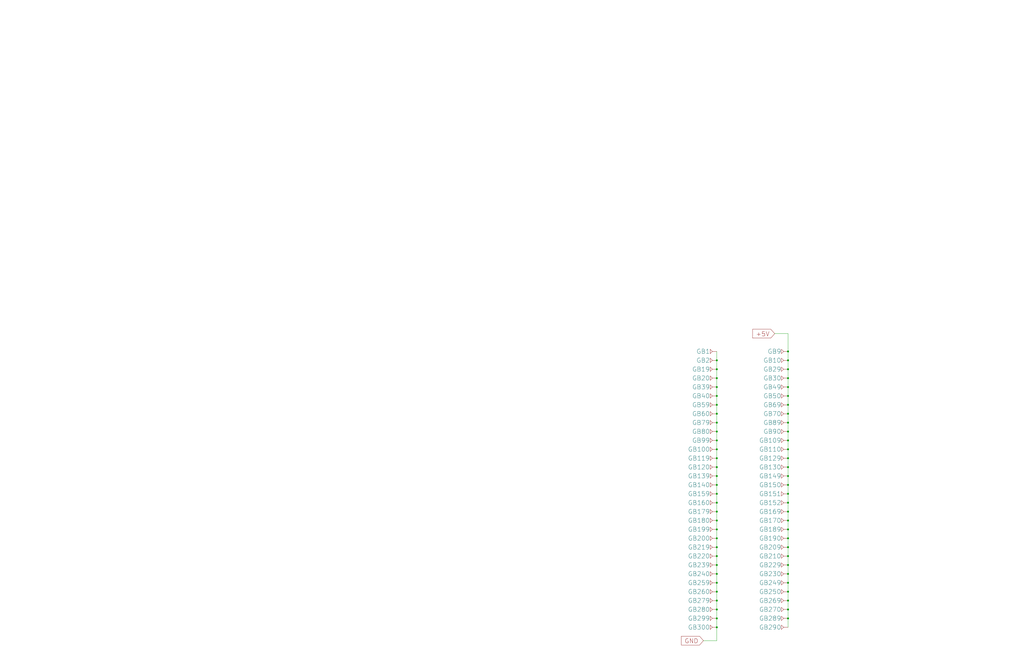
<source format=kicad_sch>
(kicad_sch (version 20211123) (generator eeschema)
  (paper "User" 584.2 378.46)
  (title_block (title "POWER AND GROUND FINGERS\\nAND BYPASS CAPACITORS") (date "22-MAR-90") (rev "1.0") (comment 1 "VALUE") (comment 2 "232-003063") (comment 3 "S400") (comment 4 "RELEASED"))
  (lib_symbols
    (symbol "r1000:GB" (pin_numbers hide) (pin_names (offset 0) hide)
      (property "Reference" "GB" (at 3.81 0 0))
      (symbol "GB_0_1"
        (polyline (pts (xy 2.54 0) (xy 3.81 1.27) (xy 3.81 -1.27) (xy 2.54 0)) (stroke (width 0.1524)))
      )
      (symbol "GB_1_1"
        (pin bidirectional line (at 0 0 0) (length 2.54) (name "") (number "1"))
      )
    )
  )
  (junction (at 449.58 347.98))
  (junction (at 408.94 358.14))
  (junction (at 449.58 322.58))
  (junction (at 408.94 347.98))
  (junction (at 408.94 266.7))
  (junction (at 449.58 342.9))
  (junction (at 408.94 297.18))
  (junction (at 408.94 246.38))
  (junction (at 408.94 287.02))
  (junction (at 449.58 246.38))
  (junction (at 449.58 210.82))
  (junction (at 449.58 292.1))
  (junction (at 449.58 226.06))
  (junction (at 408.94 205.74))
  (junction (at 408.94 231.14))
  (junction (at 449.58 236.22))
  (junction (at 449.58 271.78))
  (junction (at 408.94 317.5))
  (junction (at 449.58 220.98))
  (junction (at 449.58 281.94))
  (junction (at 449.58 215.9))
  (junction (at 408.94 251.46))
  (junction (at 449.58 276.86))
  (junction (at 408.94 312.42))
  (junction (at 408.94 236.22))
  (junction (at 408.94 210.82))
  (junction (at 449.58 266.7))
  (junction (at 449.58 317.5))
  (junction (at 449.58 332.74))
  (junction (at 408.94 241.3))
  (junction (at 408.94 353.06))
  (junction (at 449.58 307.34))
  (junction (at 408.94 342.9))
  (junction (at 449.58 297.18))
  (junction (at 408.94 256.54))
  (junction (at 408.94 281.94))
  (junction (at 408.94 322.58))
  (junction (at 449.58 287.02))
  (junction (at 408.94 276.86))
  (junction (at 408.94 302.26))
  (junction (at 408.94 337.82))
  (junction (at 408.94 292.1))
  (junction (at 449.58 327.66))
  (junction (at 449.58 200.66))
  (junction (at 408.94 327.66))
  (junction (at 449.58 302.26))
  (junction (at 408.94 261.62))
  (junction (at 449.58 261.62))
  (junction (at 408.94 226.06))
  (junction (at 449.58 353.06))
  (junction (at 408.94 307.34))
  (junction (at 449.58 312.42))
  (junction (at 449.58 256.54))
  (junction (at 449.58 251.46))
  (junction (at 449.58 205.74))
  (junction (at 408.94 215.9))
  (junction (at 408.94 271.78))
  (junction (at 449.58 337.82))
  (junction (at 408.94 332.74))
  (junction (at 449.58 231.14))
  (junction (at 408.94 220.98))
  (junction (at 449.58 241.3))
  (wire (pts (xy 408.94 256.54) (xy 408.94 261.62)))
  (wire (pts (xy 449.58 246.38) (xy 449.58 251.46)))
  (wire (pts (xy 408.94 353.06) (xy 408.94 358.14)))
  (wire (pts (xy 408.94 241.3) (xy 408.94 246.38)))
  (wire (pts (xy 449.58 322.58) (xy 449.58 327.66)))
  (wire (pts (xy 408.94 266.7) (xy 408.94 271.78)))
  (wire (pts (xy 408.94 317.5) (xy 408.94 322.58)))
  (wire (pts (xy 408.94 287.02) (xy 408.94 292.1)))
  (wire (pts (xy 449.58 281.94) (xy 449.58 287.02)))
  (wire (pts (xy 408.94 292.1) (xy 408.94 297.18)))
  (wire (pts (xy 408.94 226.06) (xy 408.94 231.14)))
  (wire (pts (xy 408.94 231.14) (xy 408.94 236.22)))
  (wire (pts (xy 408.94 236.22) (xy 408.94 241.3)))
  (wire (pts (xy 408.94 205.74) (xy 408.94 210.82)))
  (wire (pts (xy 408.94 312.42) (xy 408.94 317.5)))
  (wire (pts (xy 449.58 205.74) (xy 449.58 210.82)))
  (wire (pts (xy 449.58 302.26) (xy 449.58 307.34)))
  (wire (pts (xy 408.94 246.38) (xy 408.94 251.46)))
  (wire (pts (xy 449.58 342.9) (xy 449.58 347.98)))
  (wire (pts (xy 449.58 241.3) (xy 449.58 246.38)))
  (wire (pts (xy 449.58 261.62) (xy 449.58 266.7)))
  (wire (pts (xy 449.58 307.34) (xy 449.58 312.42)))
  (wire (pts (xy 449.58 226.06) (xy 449.58 231.14)))
  (wire (pts (xy 408.94 337.82) (xy 408.94 342.9)))
  (wire (pts (xy 408.94 347.98) (xy 408.94 353.06)))
  (wire (pts (xy 449.58 276.86) (xy 449.58 281.94)))
  (wire (pts (xy 408.94 342.9) (xy 408.94 347.98)))
  (wire (pts (xy 408.94 215.9) (xy 408.94 220.98)))
  (wire (pts (xy 449.58 353.06) (xy 449.58 358.14)))
  (wire (pts (xy 441.96 190.5) (xy 449.58 190.5)))
  (wire (pts (xy 449.58 200.66) (xy 449.58 190.5)))
  (wire (pts (xy 449.58 236.22) (xy 449.58 241.3)))
  (wire (pts (xy 449.58 251.46) (xy 449.58 256.54)))
  (wire (pts (xy 449.58 220.98) (xy 449.58 226.06)))
  (wire (pts (xy 408.94 302.26) (xy 408.94 307.34)))
  (wire (pts (xy 408.94 322.58) (xy 408.94 327.66)))
  (wire (pts (xy 408.94 220.98) (xy 408.94 226.06)))
  (wire (pts (xy 408.94 276.86) (xy 408.94 281.94)))
  (wire (pts (xy 408.94 251.46) (xy 408.94 256.54)))
  (wire (pts (xy 408.94 332.74) (xy 408.94 337.82)))
  (wire (pts (xy 449.58 317.5) (xy 449.58 322.58)))
  (wire (pts (xy 449.58 215.9) (xy 449.58 220.98)))
  (wire (pts (xy 449.58 332.74) (xy 449.58 337.82)))
  (wire (pts (xy 449.58 271.78) (xy 449.58 276.86)))
  (wire (pts (xy 449.58 256.54) (xy 449.58 261.62)))
  (wire (pts (xy 449.58 327.66) (xy 449.58 332.74)))
  (wire (pts (xy 408.94 297.18) (xy 408.94 302.26)))
  (wire (pts (xy 449.58 337.82) (xy 449.58 342.9)))
  (wire (pts (xy 408.94 307.34) (xy 408.94 312.42)))
  (wire (pts (xy 408.94 271.78) (xy 408.94 276.86)))
  (wire (pts (xy 449.58 347.98) (xy 449.58 353.06)))
  (wire (pts (xy 449.58 231.14) (xy 449.58 236.22)))
  (wire (pts (xy 449.58 200.66) (xy 449.58 205.74)))
  (wire (pts (xy 449.58 292.1) (xy 449.58 297.18)))
  (wire (pts (xy 449.58 297.18) (xy 449.58 302.26)))
  (wire (pts (xy 408.94 281.94) (xy 408.94 287.02)))
  (wire (pts (xy 408.94 327.66) (xy 408.94 332.74)))
  (wire (pts (xy 449.58 312.42) (xy 449.58 317.5)))
  (wire (pts (xy 408.94 200.66) (xy 408.94 205.74)))
  (wire (pts (xy 449.58 210.82) (xy 449.58 215.9)))
  (wire (pts (xy 401.32 365.76) (xy 408.94 365.76)))
  (wire (pts (xy 408.94 358.14) (xy 408.94 365.76)))
  (wire (pts (xy 449.58 287.02) (xy 449.58 292.1)))
  (wire (pts (xy 408.94 261.62) (xy 408.94 266.7)))
  (wire (pts (xy 408.94 210.82) (xy 408.94 215.9)))
  (wire (pts (xy 449.58 266.7) (xy 449.58 271.78)))
  (global_label "GND" (shape input) (at 401.32 365.76 180) (effects (font (size 2.54 2.54))) (property "Intersheet References" "${INTERSHEET_REFS}" (at 388.9435 365.6013 0) (effects (font (size 2.54 2.54)) (justify right))))
  (global_label "+5V" (shape input) (at 441.96 190.5 180) (effects (font (size 2.54 2.54))) (property "Intersheet References" "${INTERSHEET_REFS}" (at 429.5835 190.3413 0) (effects (font (size 2.54 2.54)) (justify right))))
  (symbol (lib_id "r1000:GB") (at 408.94 358.14 0) (mirror y) (unit 1)
    (property "Reference" "GB300" (at 405.13 358.14 0) (effects (font (size 2.54 2.54)) (justify left)))
    (property "Value" "GB" (effects hide))
  )
  (symbol (lib_id "r1000:GB") (at 408.94 246.38 0) (mirror y) (unit 1)
    (property "Reference" "GB80" (at 405.13 246.38 0) (effects (font (size 2.54 2.54)) (justify left)))
    (property "Value" "GB" (effects hide))
  )
  (symbol (lib_id "r1000:GB") (at 449.58 302.26 0) (mirror y) (unit 1)
    (property "Reference" "GB189" (at 445.77 302.26 0) (effects (font (size 2.54 2.54)) (justify left)))
    (property "Value" "GB" (effects hide))
  )
  (symbol (lib_id "r1000:GB") (at 408.94 205.74 0) (mirror y) (unit 1)
    (property "Reference" "GB2" (at 405.13 205.74 0) (effects (font (size 2.54 2.54)) (justify left)))
    (property "Value" "GB" (effects hide))
  )
  (symbol (lib_id "r1000:GB") (at 449.58 322.58 0) (mirror y) (unit 1)
    (property "Reference" "GB229" (at 445.77 322.58 0) (effects (font (size 2.54 2.54)) (justify left)))
    (property "Value" "GB" (effects hide))
  )
  (symbol (lib_id "r1000:GB") (at 449.58 342.9 0) (mirror y) (unit 1)
    (property "Reference" "GB269" (at 445.77 342.9 0) (effects (font (size 2.54 2.54)) (justify left)))
    (property "Value" "GB" (effects hide))
  )
  (symbol (lib_id "r1000:GB") (at 408.94 200.66 0) (mirror y) (unit 1)
    (property "Reference" "GB1" (at 405.13 200.66 0) (effects (font (size 2.54 2.54)) (justify left)))
    (property "Value" "GB" (effects hide))
  )
  (symbol (lib_id "r1000:GB") (at 449.58 353.06 0) (mirror y) (unit 1)
    (property "Reference" "GB289" (at 445.77 353.06 0) (effects (font (size 2.54 2.54)) (justify left)))
    (property "Value" "GB" (effects hide))
  )
  (symbol (lib_id "r1000:GB") (at 408.94 327.66 0) (mirror y) (unit 1)
    (property "Reference" "GB240" (at 405.13 327.66 0) (effects (font (size 2.54 2.54)) (justify left)))
    (property "Value" "GB" (effects hide))
  )
  (symbol (lib_id "r1000:GB") (at 408.94 220.98 0) (mirror y) (unit 1)
    (property "Reference" "GB39" (at 405.13 220.98 0) (effects (font (size 2.54 2.54)) (justify left)))
    (property "Value" "GB" (effects hide))
  )
  (symbol (lib_id "r1000:GB") (at 408.94 332.74 0) (mirror y) (unit 1)
    (property "Reference" "GB259" (at 405.13 332.74 0) (effects (font (size 2.54 2.54)) (justify left)))
    (property "Value" "GB" (effects hide))
  )
  (symbol (lib_id "r1000:GB") (at 408.94 337.82 0) (mirror y) (unit 1)
    (property "Reference" "GB260" (at 405.13 337.82 0) (effects (font (size 2.54 2.54)) (justify left)))
    (property "Value" "GB" (effects hide))
  )
  (symbol (lib_id "r1000:GB") (at 408.94 241.3 0) (mirror y) (unit 1)
    (property "Reference" "GB79" (at 405.13 241.3 0) (effects (font (size 2.54 2.54)) (justify left)))
    (property "Value" "GB" (effects hide))
  )
  (symbol (lib_id "r1000:GB") (at 449.58 231.14 0) (mirror y) (unit 1)
    (property "Reference" "GB69" (at 445.77 231.14 0) (effects (font (size 2.54 2.54)) (justify left)))
    (property "Value" "GB" (effects hide))
  )
  (symbol (lib_id "r1000:GB") (at 449.58 358.14 0) (mirror y) (unit 1)
    (property "Reference" "GB290" (at 445.77 358.14 0) (effects (font (size 2.54 2.54)) (justify left)))
    (property "Value" "GB" (effects hide))
  )
  (symbol (lib_id "r1000:GB") (at 449.58 251.46 0) (mirror y) (unit 1)
    (property "Reference" "GB109" (at 445.77 251.46 0) (effects (font (size 2.54 2.54)) (justify left)))
    (property "Value" "GB" (effects hide))
  )
  (symbol (lib_id "r1000:GB") (at 449.58 271.78 0) (mirror y) (unit 1)
    (property "Reference" "GB149" (at 445.77 271.78 0) (effects (font (size 2.54 2.54)) (justify left)))
    (property "Value" "GB" (effects hide))
  )
  (symbol (lib_id "r1000:GB") (at 408.94 276.86 0) (mirror y) (unit 1)
    (property "Reference" "GB140" (at 405.13 276.86 0) (effects (font (size 2.54 2.54)) (justify left)))
    (property "Value" "GB" (effects hide))
  )
  (symbol (lib_id "r1000:GB") (at 449.58 317.5 0) (mirror y) (unit 1)
    (property "Reference" "GB210" (at 445.77 317.5 0) (effects (font (size 2.54 2.54)) (justify left)))
    (property "Value" "GB" (effects hide))
  )
  (symbol (lib_id "r1000:GB") (at 408.94 271.78 0) (mirror y) (unit 1)
    (property "Reference" "GB139" (at 405.13 271.78 0) (effects (font (size 2.54 2.54)) (justify left)))
    (property "Value" "GB" (effects hide))
  )
  (symbol (lib_id "r1000:GB") (at 408.94 297.18 0) (mirror y) (unit 1)
    (property "Reference" "GB180" (at 405.13 297.18 0) (effects (font (size 2.54 2.54)) (justify left)))
    (property "Value" "GB" (effects hide))
  )
  (symbol (lib_id "r1000:GB") (at 408.94 347.98 0) (mirror y) (unit 1)
    (property "Reference" "GB280" (at 405.13 347.98 0) (effects (font (size 2.54 2.54)) (justify left)))
    (property "Value" "GB" (effects hide))
  )
  (symbol (lib_id "r1000:GB") (at 408.94 302.26 0) (mirror y) (unit 1)
    (property "Reference" "GB199" (at 405.13 302.26 0) (effects (font (size 2.54 2.54)) (justify left)))
    (property "Value" "GB" (effects hide))
  )
  (symbol (lib_id "r1000:GB") (at 449.58 327.66 0) (mirror y) (unit 1)
    (property "Reference" "GB230" (at 445.77 327.66 0) (effects (font (size 2.54 2.54)) (justify left)))
    (property "Value" "GB" (effects hide))
  )
  (symbol (lib_id "r1000:GB") (at 449.58 215.9 0) (mirror y) (unit 1)
    (property "Reference" "GB30" (at 445.77 215.9 0) (effects (font (size 2.54 2.54)) (justify left)))
    (property "Value" "GB" (effects hide))
  )
  (symbol (lib_id "r1000:GB") (at 408.94 231.14 0) (mirror y) (unit 1)
    (property "Reference" "GB59" (at 405.13 231.14 0) (effects (font (size 2.54 2.54)) (justify left)))
    (property "Value" "GB" (effects hide))
  )
  (symbol (lib_id "r1000:GB") (at 408.94 256.54 0) (mirror y) (unit 1)
    (property "Reference" "GB100" (at 405.13 256.54 0) (effects (font (size 2.54 2.54)) (justify left)))
    (property "Value" "GB" (effects hide))
  )
  (symbol (lib_id "r1000:GB") (at 449.58 312.42 0) (mirror y) (unit 1)
    (property "Reference" "GB209" (at 445.77 312.42 0) (effects (font (size 2.54 2.54)) (justify left)))
    (property "Value" "GB" (effects hide))
  )
  (symbol (lib_id "r1000:GB") (at 408.94 215.9 0) (mirror y) (unit 1)
    (property "Reference" "GB20" (at 405.13 215.9 0) (effects (font (size 2.54 2.54)) (justify left)))
    (property "Value" "GB" (effects hide))
  )
  (symbol (lib_id "r1000:GB") (at 408.94 266.7 0) (mirror y) (unit 1)
    (property "Reference" "GB120" (at 405.13 266.7 0) (effects (font (size 2.54 2.54)) (justify left)))
    (property "Value" "GB" (effects hide))
  )
  (symbol (lib_id "r1000:GB") (at 449.58 287.02 0) (mirror y) (unit 1)
    (property "Reference" "GB152" (at 445.77 287.02 0) (effects (font (size 2.54 2.54)) (justify left)))
    (property "Value" "GB" (effects hide))
  )
  (symbol (lib_id "r1000:GB") (at 449.58 292.1 0) (mirror y) (unit 1)
    (property "Reference" "GB169" (at 445.77 292.1 0) (effects (font (size 2.54 2.54)) (justify left)))
    (property "Value" "GB" (effects hide))
  )
  (symbol (lib_id "r1000:GB") (at 408.94 353.06 0) (mirror y) (unit 1)
    (property "Reference" "GB299" (at 405.13 353.06 0) (effects (font (size 2.54 2.54)) (justify left)))
    (property "Value" "GB" (effects hide))
  )
  (symbol (lib_id "r1000:GB") (at 408.94 287.02 0) (mirror y) (unit 1)
    (property "Reference" "GB160" (at 405.13 287.02 0) (effects (font (size 2.54 2.54)) (justify left)))
    (property "Value" "GB" (effects hide))
  )
  (symbol (lib_id "r1000:GB") (at 408.94 226.06 0) (mirror y) (unit 1)
    (property "Reference" "GB40" (at 405.13 226.06 0) (effects (font (size 2.54 2.54)) (justify left)))
    (property "Value" "GB" (effects hide))
  )
  (symbol (lib_id "r1000:GB") (at 449.58 220.98 0) (mirror y) (unit 1)
    (property "Reference" "GB49" (at 445.77 220.98 0) (effects (font (size 2.54 2.54)) (justify left)))
    (property "Value" "GB" (effects hide))
  )
  (symbol (lib_id "r1000:GB") (at 449.58 210.82 0) (mirror y) (unit 1)
    (property "Reference" "GB29" (at 445.77 210.82 0) (effects (font (size 2.54 2.54)) (justify left)))
    (property "Value" "GB" (effects hide))
  )
  (symbol (lib_id "r1000:GB") (at 449.58 297.18 0) (mirror y) (unit 1)
    (property "Reference" "GB170" (at 445.77 297.18 0) (effects (font (size 2.54 2.54)) (justify left)))
    (property "Value" "GB" (effects hide))
  )
  (symbol (lib_id "r1000:GB") (at 449.58 256.54 0) (mirror y) (unit 1)
    (property "Reference" "GB110" (at 445.77 256.54 0) (effects (font (size 2.54 2.54)) (justify left)))
    (property "Value" "GB" (effects hide))
  )
  (symbol (lib_id "r1000:GB") (at 449.58 266.7 0) (mirror y) (unit 1)
    (property "Reference" "GB130" (at 445.77 266.7 0) (effects (font (size 2.54 2.54)) (justify left)))
    (property "Value" "GB" (effects hide))
  )
  (symbol (lib_id "r1000:GB") (at 449.58 307.34 0) (mirror y) (unit 1)
    (property "Reference" "GB190" (at 445.77 307.34 0) (effects (font (size 2.54 2.54)) (justify left)))
    (property "Value" "GB" (effects hide))
  )
  (symbol (lib_id "r1000:GB") (at 449.58 347.98 0) (mirror y) (unit 1)
    (property "Reference" "GB270" (at 445.77 347.98 0) (effects (font (size 2.54 2.54)) (justify left)))
    (property "Value" "GB" (effects hide))
  )
  (symbol (lib_id "r1000:GB") (at 449.58 226.06 0) (mirror y) (unit 1)
    (property "Reference" "GB50" (at 445.77 226.06 0) (effects (font (size 2.54 2.54)) (justify left)))
    (property "Value" "GB" (effects hide))
  )
  (symbol (lib_id "r1000:GB") (at 449.58 332.74 0) (mirror y) (unit 1)
    (property "Reference" "GB249" (at 445.77 332.74 0) (effects (font (size 2.54 2.54)) (justify left)))
    (property "Value" "GB" (effects hide))
  )
  (symbol (lib_id "r1000:GB") (at 408.94 261.62 0) (mirror y) (unit 1)
    (property "Reference" "GB119" (at 405.13 261.62 0) (effects (font (size 2.54 2.54)) (justify left)))
    (property "Value" "GB" (effects hide))
  )
  (symbol (lib_id "r1000:GB") (at 408.94 342.9 0) (mirror y) (unit 1)
    (property "Reference" "GB279" (at 405.13 342.9 0) (effects (font (size 2.54 2.54)) (justify left)))
    (property "Value" "GB" (effects hide))
  )
  (symbol (lib_id "r1000:GB") (at 408.94 312.42 0) (mirror y) (unit 1)
    (property "Reference" "GB219" (at 405.13 312.42 0) (effects (font (size 2.54 2.54)) (justify left)))
    (property "Value" "GB" (effects hide))
  )
  (symbol (lib_id "r1000:GB") (at 449.58 200.66 0) (mirror y) (unit 1)
    (property "Reference" "GB9" (at 445.77 200.66 0) (effects (font (size 2.54 2.54)) (justify left)))
    (property "Value" "GB" (effects hide))
  )
  (symbol (lib_id "r1000:GB") (at 449.58 205.74 0) (mirror y) (unit 1)
    (property "Reference" "GB10" (at 445.77 205.74 0) (effects (font (size 2.54 2.54)) (justify left)))
    (property "Value" "GB" (effects hide))
  )
  (symbol (lib_id "r1000:GB") (at 449.58 241.3 0) (mirror y) (unit 1)
    (property "Reference" "GB89" (at 445.77 241.3 0) (effects (font (size 2.54 2.54)) (justify left)))
    (property "Value" "GB" (effects hide))
  )
  (symbol (lib_id "r1000:GB") (at 408.94 251.46 0) (mirror y) (unit 1)
    (property "Reference" "GB99" (at 405.13 251.46 0) (effects (font (size 2.54 2.54)) (justify left)))
    (property "Value" "GB" (effects hide))
  )
  (symbol (lib_id "r1000:GB") (at 408.94 210.82 0) (mirror y) (unit 1)
    (property "Reference" "GB19" (at 405.13 210.82 0) (effects (font (size 2.54 2.54)) (justify left)))
    (property "Value" "GB" (effects hide))
  )
  (symbol (lib_id "r1000:GB") (at 408.94 292.1 0) (mirror y) (unit 1)
    (property "Reference" "GB179" (at 405.13 292.1 0) (effects (font (size 2.54 2.54)) (justify left)))
    (property "Value" "GB" (effects hide))
  )
  (symbol (lib_id "r1000:GB") (at 449.58 337.82 0) (mirror y) (unit 1)
    (property "Reference" "GB250" (at 445.77 337.82 0) (effects (font (size 2.54 2.54)) (justify left)))
    (property "Value" "GB" (effects hide))
  )
  (symbol (lib_id "r1000:GB") (at 449.58 281.94 0) (mirror y) (unit 1)
    (property "Reference" "GB151" (at 445.77 281.94 0) (effects (font (size 2.54 2.54)) (justify left)))
    (property "Value" "GB" (effects hide))
  )
  (symbol (lib_id "r1000:GB") (at 449.58 246.38 0) (mirror y) (unit 1)
    (property "Reference" "GB90" (at 445.77 246.38 0) (effects (font (size 2.54 2.54)) (justify left)))
    (property "Value" "GB" (effects hide))
  )
  (symbol (lib_id "r1000:GB") (at 449.58 276.86 0) (mirror y) (unit 1)
    (property "Reference" "GB150" (at 445.77 276.86 0) (effects (font (size 2.54 2.54)) (justify left)))
    (property "Value" "GB" (effects hide))
  )
  (symbol (lib_id "r1000:GB") (at 449.58 236.22 0) (mirror y) (unit 1)
    (property "Reference" "GB70" (at 445.77 236.22 0) (effects (font (size 2.54 2.54)) (justify left)))
    (property "Value" "GB" (effects hide))
  )
  (symbol (lib_id "r1000:GB") (at 449.58 261.62 0) (mirror y) (unit 1)
    (property "Reference" "GB129" (at 445.77 261.62 0) (effects (font (size 2.54 2.54)) (justify left)))
    (property "Value" "GB" (effects hide))
  )
  (symbol (lib_id "r1000:GB") (at 408.94 307.34 0) (mirror y) (unit 1)
    (property "Reference" "GB200" (at 405.13 307.34 0) (effects (font (size 2.54 2.54)) (justify left)))
    (property "Value" "GB" (effects hide))
  )
  (symbol (lib_id "r1000:GB") (at 408.94 317.5 0) (mirror y) (unit 1)
    (property "Reference" "GB220" (at 405.13 317.5 0) (effects (font (size 2.54 2.54)) (justify left)))
    (property "Value" "GB" (effects hide))
  )
  (symbol (lib_id "r1000:GB") (at 408.94 322.58 0) (mirror y) (unit 1)
    (property "Reference" "GB239" (at 405.13 322.58 0) (effects (font (size 2.54 2.54)) (justify left)))
    (property "Value" "GB" (effects hide))
  )
  (symbol (lib_id "r1000:GB") (at 408.94 281.94 0) (mirror y) (unit 1)
    (property "Reference" "GB159" (at 405.13 281.94 0) (effects (font (size 2.54 2.54)) (justify left)))
    (property "Value" "GB" (effects hide))
  )
  (symbol (lib_id "r1000:GB") (at 408.94 236.22 0) (mirror y) (unit 1)
    (property "Reference" "GB60" (at 405.13 236.22 0) (effects (font (size 2.54 2.54)) (justify left)))
    (property "Value" "GB" (effects hide))
  )
)
</source>
